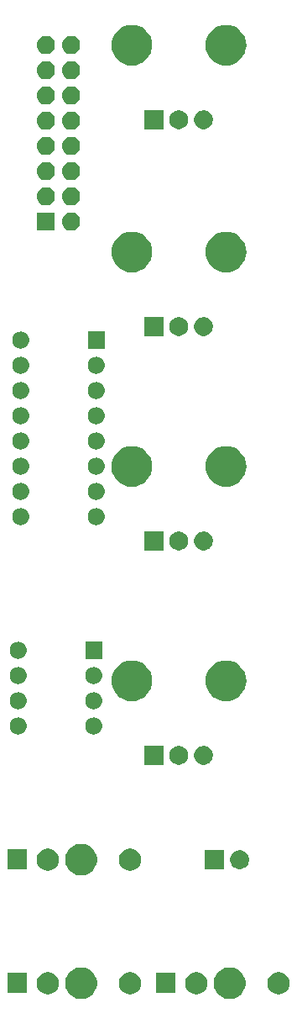
<source format=gbr>
G04 #@! TF.GenerationSoftware,KiCad,Pcbnew,(5.1.4-0-10_14)*
G04 #@! TF.CreationDate,2019-10-08T20:54:05-07:00*
G04 #@! TF.ProjectId,ADSR_Main_IO,41445352-5f4d-4616-996e-5f494f2e6b69,rev?*
G04 #@! TF.SameCoordinates,Original*
G04 #@! TF.FileFunction,Soldermask,Top*
G04 #@! TF.FilePolarity,Negative*
%FSLAX46Y46*%
G04 Gerber Fmt 4.6, Leading zero omitted, Abs format (unit mm)*
G04 Created by KiCad (PCBNEW (5.1.4-0-10_14)) date 2019-10-08 20:54:05*
%MOMM*%
%LPD*%
G04 APERTURE LIST*
%ADD10C,0.100000*%
G04 APERTURE END LIST*
D10*
G36*
X86810217Y-153092665D02*
G01*
X87080995Y-153146525D01*
X87372358Y-153267212D01*
X87634578Y-153442422D01*
X87857578Y-153665422D01*
X88032788Y-153927642D01*
X88153475Y-154219005D01*
X88215000Y-154528315D01*
X88215000Y-154843685D01*
X88153475Y-155152995D01*
X88032788Y-155444358D01*
X87857578Y-155706578D01*
X87634578Y-155929578D01*
X87372358Y-156104788D01*
X87080995Y-156225475D01*
X86810217Y-156279335D01*
X86771686Y-156287000D01*
X86456314Y-156287000D01*
X86417783Y-156279335D01*
X86147005Y-156225475D01*
X85855642Y-156104788D01*
X85593422Y-155929578D01*
X85370422Y-155706578D01*
X85195212Y-155444358D01*
X85074525Y-155152995D01*
X85013000Y-154843685D01*
X85013000Y-154528315D01*
X85074525Y-154219005D01*
X85195212Y-153927642D01*
X85370422Y-153665422D01*
X85593422Y-153442422D01*
X85855642Y-153267212D01*
X86147005Y-153146525D01*
X86417783Y-153092665D01*
X86456314Y-153085000D01*
X86771686Y-153085000D01*
X86810217Y-153092665D01*
X86810217Y-153092665D01*
G37*
G36*
X71824217Y-153092665D02*
G01*
X72094995Y-153146525D01*
X72386358Y-153267212D01*
X72648578Y-153442422D01*
X72871578Y-153665422D01*
X73046788Y-153927642D01*
X73167475Y-154219005D01*
X73229000Y-154528315D01*
X73229000Y-154843685D01*
X73167475Y-155152995D01*
X73046788Y-155444358D01*
X72871578Y-155706578D01*
X72648578Y-155929578D01*
X72386358Y-156104788D01*
X72094995Y-156225475D01*
X71824217Y-156279335D01*
X71785686Y-156287000D01*
X71470314Y-156287000D01*
X71431783Y-156279335D01*
X71161005Y-156225475D01*
X70869642Y-156104788D01*
X70607422Y-155929578D01*
X70384422Y-155706578D01*
X70209212Y-155444358D01*
X70088525Y-155152995D01*
X70027000Y-154843685D01*
X70027000Y-154528315D01*
X70088525Y-154219005D01*
X70209212Y-153927642D01*
X70384422Y-153665422D01*
X70607422Y-153442422D01*
X70869642Y-153267212D01*
X71161005Y-153146525D01*
X71431783Y-153092665D01*
X71470314Y-153085000D01*
X71785686Y-153085000D01*
X71824217Y-153092665D01*
X71824217Y-153092665D01*
G37*
G36*
X91817655Y-153598591D02*
G01*
X91889525Y-153612887D01*
X92092624Y-153697013D01*
X92275409Y-153819146D01*
X92430854Y-153974591D01*
X92552987Y-154157376D01*
X92637113Y-154360475D01*
X92680000Y-154576084D01*
X92680000Y-154795916D01*
X92637113Y-155011525D01*
X92552987Y-155214624D01*
X92430854Y-155397409D01*
X92275409Y-155552854D01*
X92092624Y-155674987D01*
X91889525Y-155759113D01*
X91817655Y-155773409D01*
X91673918Y-155802000D01*
X91454082Y-155802000D01*
X91310345Y-155773409D01*
X91238475Y-155759113D01*
X91035376Y-155674987D01*
X90852591Y-155552854D01*
X90697146Y-155397409D01*
X90575013Y-155214624D01*
X90490887Y-155011525D01*
X90448000Y-154795916D01*
X90448000Y-154576084D01*
X90490887Y-154360475D01*
X90575013Y-154157376D01*
X90697146Y-153974591D01*
X90852591Y-153819146D01*
X91035376Y-153697013D01*
X91238475Y-153612887D01*
X91310345Y-153598591D01*
X91454082Y-153570000D01*
X91673918Y-153570000D01*
X91817655Y-153598591D01*
X91817655Y-153598591D01*
G37*
G36*
X83517655Y-153598591D02*
G01*
X83589525Y-153612887D01*
X83792624Y-153697013D01*
X83975409Y-153819146D01*
X84130854Y-153974591D01*
X84252987Y-154157376D01*
X84337113Y-154360475D01*
X84380000Y-154576084D01*
X84380000Y-154795916D01*
X84337113Y-155011525D01*
X84252987Y-155214624D01*
X84130854Y-155397409D01*
X83975409Y-155552854D01*
X83792624Y-155674987D01*
X83589525Y-155759113D01*
X83517655Y-155773409D01*
X83373918Y-155802000D01*
X83154082Y-155802000D01*
X83010345Y-155773409D01*
X82938475Y-155759113D01*
X82735376Y-155674987D01*
X82552591Y-155552854D01*
X82397146Y-155397409D01*
X82275013Y-155214624D01*
X82190887Y-155011525D01*
X82148000Y-154795916D01*
X82148000Y-154576084D01*
X82190887Y-154360475D01*
X82275013Y-154157376D01*
X82397146Y-153974591D01*
X82552591Y-153819146D01*
X82735376Y-153697013D01*
X82938475Y-153612887D01*
X83010345Y-153598591D01*
X83154082Y-153570000D01*
X83373918Y-153570000D01*
X83517655Y-153598591D01*
X83517655Y-153598591D01*
G37*
G36*
X76831655Y-153598591D02*
G01*
X76903525Y-153612887D01*
X77106624Y-153697013D01*
X77289409Y-153819146D01*
X77444854Y-153974591D01*
X77566987Y-154157376D01*
X77651113Y-154360475D01*
X77694000Y-154576084D01*
X77694000Y-154795916D01*
X77651113Y-155011525D01*
X77566987Y-155214624D01*
X77444854Y-155397409D01*
X77289409Y-155552854D01*
X77106624Y-155674987D01*
X76903525Y-155759113D01*
X76831655Y-155773409D01*
X76687918Y-155802000D01*
X76468082Y-155802000D01*
X76324345Y-155773409D01*
X76252475Y-155759113D01*
X76049376Y-155674987D01*
X75866591Y-155552854D01*
X75711146Y-155397409D01*
X75589013Y-155214624D01*
X75504887Y-155011525D01*
X75462000Y-154795916D01*
X75462000Y-154576084D01*
X75504887Y-154360475D01*
X75589013Y-154157376D01*
X75711146Y-153974591D01*
X75866591Y-153819146D01*
X76049376Y-153697013D01*
X76252475Y-153612887D01*
X76324345Y-153598591D01*
X76468082Y-153570000D01*
X76687918Y-153570000D01*
X76831655Y-153598591D01*
X76831655Y-153598591D01*
G37*
G36*
X68531655Y-153598591D02*
G01*
X68603525Y-153612887D01*
X68806624Y-153697013D01*
X68989409Y-153819146D01*
X69144854Y-153974591D01*
X69266987Y-154157376D01*
X69351113Y-154360475D01*
X69394000Y-154576084D01*
X69394000Y-154795916D01*
X69351113Y-155011525D01*
X69266987Y-155214624D01*
X69144854Y-155397409D01*
X68989409Y-155552854D01*
X68806624Y-155674987D01*
X68603525Y-155759113D01*
X68531655Y-155773409D01*
X68387918Y-155802000D01*
X68168082Y-155802000D01*
X68024345Y-155773409D01*
X67952475Y-155759113D01*
X67749376Y-155674987D01*
X67566591Y-155552854D01*
X67411146Y-155397409D01*
X67289013Y-155214624D01*
X67204887Y-155011525D01*
X67162000Y-154795916D01*
X67162000Y-154576084D01*
X67204887Y-154360475D01*
X67289013Y-154157376D01*
X67411146Y-153974591D01*
X67566591Y-153819146D01*
X67749376Y-153697013D01*
X67952475Y-153612887D01*
X68024345Y-153598591D01*
X68168082Y-153570000D01*
X68387918Y-153570000D01*
X68531655Y-153598591D01*
X68531655Y-153598591D01*
G37*
G36*
X81130000Y-155702000D02*
G01*
X79198000Y-155702000D01*
X79198000Y-153670000D01*
X81130000Y-153670000D01*
X81130000Y-155702000D01*
X81130000Y-155702000D01*
G37*
G36*
X66144000Y-155702000D02*
G01*
X64212000Y-155702000D01*
X64212000Y-153670000D01*
X66144000Y-153670000D01*
X66144000Y-155702000D01*
X66144000Y-155702000D01*
G37*
G36*
X71824217Y-140646665D02*
G01*
X72094995Y-140700525D01*
X72386358Y-140821212D01*
X72648578Y-140996422D01*
X72871578Y-141219422D01*
X73046788Y-141481642D01*
X73167475Y-141773005D01*
X73229000Y-142082315D01*
X73229000Y-142397685D01*
X73167475Y-142706995D01*
X73046788Y-142998358D01*
X72871578Y-143260578D01*
X72648578Y-143483578D01*
X72386358Y-143658788D01*
X72094995Y-143779475D01*
X71824217Y-143833335D01*
X71785686Y-143841000D01*
X71470314Y-143841000D01*
X71431783Y-143833335D01*
X71161005Y-143779475D01*
X70869642Y-143658788D01*
X70607422Y-143483578D01*
X70384422Y-143260578D01*
X70209212Y-142998358D01*
X70088525Y-142706995D01*
X70027000Y-142397685D01*
X70027000Y-142082315D01*
X70088525Y-141773005D01*
X70209212Y-141481642D01*
X70384422Y-141219422D01*
X70607422Y-140996422D01*
X70869642Y-140821212D01*
X71161005Y-140700525D01*
X71431783Y-140646665D01*
X71470314Y-140639000D01*
X71785686Y-140639000D01*
X71824217Y-140646665D01*
X71824217Y-140646665D01*
G37*
G36*
X76831655Y-141152591D02*
G01*
X76903525Y-141166887D01*
X77106624Y-141251013D01*
X77289409Y-141373146D01*
X77444854Y-141528591D01*
X77566987Y-141711376D01*
X77651113Y-141914475D01*
X77694000Y-142130084D01*
X77694000Y-142349916D01*
X77651113Y-142565525D01*
X77566987Y-142768624D01*
X77444854Y-142951409D01*
X77289409Y-143106854D01*
X77106624Y-143228987D01*
X76903525Y-143313113D01*
X76831655Y-143327409D01*
X76687918Y-143356000D01*
X76468082Y-143356000D01*
X76324345Y-143327409D01*
X76252475Y-143313113D01*
X76049376Y-143228987D01*
X75866591Y-143106854D01*
X75711146Y-142951409D01*
X75589013Y-142768624D01*
X75504887Y-142565525D01*
X75462000Y-142349916D01*
X75462000Y-142130084D01*
X75504887Y-141914475D01*
X75589013Y-141711376D01*
X75711146Y-141528591D01*
X75866591Y-141373146D01*
X76049376Y-141251013D01*
X76252475Y-141166887D01*
X76324345Y-141152591D01*
X76468082Y-141124000D01*
X76687918Y-141124000D01*
X76831655Y-141152591D01*
X76831655Y-141152591D01*
G37*
G36*
X68531655Y-141152591D02*
G01*
X68603525Y-141166887D01*
X68806624Y-141251013D01*
X68989409Y-141373146D01*
X69144854Y-141528591D01*
X69266987Y-141711376D01*
X69351113Y-141914475D01*
X69394000Y-142130084D01*
X69394000Y-142349916D01*
X69351113Y-142565525D01*
X69266987Y-142768624D01*
X69144854Y-142951409D01*
X68989409Y-143106854D01*
X68806624Y-143228987D01*
X68603525Y-143313113D01*
X68531655Y-143327409D01*
X68387918Y-143356000D01*
X68168082Y-143356000D01*
X68024345Y-143327409D01*
X67952475Y-143313113D01*
X67749376Y-143228987D01*
X67566591Y-143106854D01*
X67411146Y-142951409D01*
X67289013Y-142768624D01*
X67204887Y-142565525D01*
X67162000Y-142349916D01*
X67162000Y-142130084D01*
X67204887Y-141914475D01*
X67289013Y-141711376D01*
X67411146Y-141528591D01*
X67566591Y-141373146D01*
X67749376Y-141251013D01*
X67952475Y-141166887D01*
X68024345Y-141152591D01*
X68168082Y-141124000D01*
X68387918Y-141124000D01*
X68531655Y-141152591D01*
X68531655Y-141152591D01*
G37*
G36*
X66144000Y-143256000D02*
G01*
X64212000Y-143256000D01*
X64212000Y-141224000D01*
X66144000Y-141224000D01*
X66144000Y-143256000D01*
X66144000Y-143256000D01*
G37*
G36*
X86041000Y-143191000D02*
G01*
X84139000Y-143191000D01*
X84139000Y-141289000D01*
X86041000Y-141289000D01*
X86041000Y-143191000D01*
X86041000Y-143191000D01*
G37*
G36*
X87907395Y-141325546D02*
G01*
X88080466Y-141397234D01*
X88080467Y-141397235D01*
X88236227Y-141501310D01*
X88368690Y-141633773D01*
X88368691Y-141633775D01*
X88472766Y-141789534D01*
X88544454Y-141962605D01*
X88581000Y-142146333D01*
X88581000Y-142333667D01*
X88544454Y-142517395D01*
X88472766Y-142690466D01*
X88421081Y-142767818D01*
X88368690Y-142846227D01*
X88236227Y-142978690D01*
X88157818Y-143031081D01*
X88080466Y-143082766D01*
X87907395Y-143154454D01*
X87723667Y-143191000D01*
X87536333Y-143191000D01*
X87352605Y-143154454D01*
X87179534Y-143082766D01*
X87102182Y-143031081D01*
X87023773Y-142978690D01*
X86891310Y-142846227D01*
X86838919Y-142767818D01*
X86787234Y-142690466D01*
X86715546Y-142517395D01*
X86679000Y-142333667D01*
X86679000Y-142146333D01*
X86715546Y-141962605D01*
X86787234Y-141789534D01*
X86891309Y-141633775D01*
X86891310Y-141633773D01*
X87023773Y-141501310D01*
X87179533Y-141397235D01*
X87179534Y-141397234D01*
X87352605Y-141325546D01*
X87536333Y-141289000D01*
X87723667Y-141289000D01*
X87907395Y-141325546D01*
X87907395Y-141325546D01*
G37*
G36*
X79945000Y-132677000D02*
G01*
X78043000Y-132677000D01*
X78043000Y-130775000D01*
X79945000Y-130775000D01*
X79945000Y-132677000D01*
X79945000Y-132677000D01*
G37*
G36*
X81771395Y-130811546D02*
G01*
X81944466Y-130883234D01*
X81944467Y-130883235D01*
X82100227Y-130987310D01*
X82232690Y-131119773D01*
X82232691Y-131119775D01*
X82336766Y-131275534D01*
X82408454Y-131448605D01*
X82445000Y-131632333D01*
X82445000Y-131819667D01*
X82408454Y-132003395D01*
X82336766Y-132176466D01*
X82336765Y-132176467D01*
X82232690Y-132332227D01*
X82100227Y-132464690D01*
X82021818Y-132517081D01*
X81944466Y-132568766D01*
X81771395Y-132640454D01*
X81587667Y-132677000D01*
X81400333Y-132677000D01*
X81216605Y-132640454D01*
X81043534Y-132568766D01*
X80966182Y-132517081D01*
X80887773Y-132464690D01*
X80755310Y-132332227D01*
X80651235Y-132176467D01*
X80651234Y-132176466D01*
X80579546Y-132003395D01*
X80543000Y-131819667D01*
X80543000Y-131632333D01*
X80579546Y-131448605D01*
X80651234Y-131275534D01*
X80755309Y-131119775D01*
X80755310Y-131119773D01*
X80887773Y-130987310D01*
X81043533Y-130883235D01*
X81043534Y-130883234D01*
X81216605Y-130811546D01*
X81400333Y-130775000D01*
X81587667Y-130775000D01*
X81771395Y-130811546D01*
X81771395Y-130811546D01*
G37*
G36*
X84271395Y-130811546D02*
G01*
X84444466Y-130883234D01*
X84444467Y-130883235D01*
X84600227Y-130987310D01*
X84732690Y-131119773D01*
X84732691Y-131119775D01*
X84836766Y-131275534D01*
X84908454Y-131448605D01*
X84945000Y-131632333D01*
X84945000Y-131819667D01*
X84908454Y-132003395D01*
X84836766Y-132176466D01*
X84836765Y-132176467D01*
X84732690Y-132332227D01*
X84600227Y-132464690D01*
X84521818Y-132517081D01*
X84444466Y-132568766D01*
X84271395Y-132640454D01*
X84087667Y-132677000D01*
X83900333Y-132677000D01*
X83716605Y-132640454D01*
X83543534Y-132568766D01*
X83466182Y-132517081D01*
X83387773Y-132464690D01*
X83255310Y-132332227D01*
X83151235Y-132176467D01*
X83151234Y-132176466D01*
X83079546Y-132003395D01*
X83043000Y-131819667D01*
X83043000Y-131632333D01*
X83079546Y-131448605D01*
X83151234Y-131275534D01*
X83255309Y-131119775D01*
X83255310Y-131119773D01*
X83387773Y-130987310D01*
X83543533Y-130883235D01*
X83543534Y-130883234D01*
X83716605Y-130811546D01*
X83900333Y-130775000D01*
X84087667Y-130775000D01*
X84271395Y-130811546D01*
X84271395Y-130811546D01*
G37*
G36*
X73064823Y-127939313D02*
G01*
X73225242Y-127987976D01*
X73357906Y-128058886D01*
X73373078Y-128066996D01*
X73502659Y-128173341D01*
X73609004Y-128302922D01*
X73609005Y-128302924D01*
X73688024Y-128450758D01*
X73736687Y-128611177D01*
X73753117Y-128778000D01*
X73736687Y-128944823D01*
X73688024Y-129105242D01*
X73617114Y-129237906D01*
X73609004Y-129253078D01*
X73502659Y-129382659D01*
X73373078Y-129489004D01*
X73373076Y-129489005D01*
X73225242Y-129568024D01*
X73064823Y-129616687D01*
X72939804Y-129629000D01*
X72856196Y-129629000D01*
X72731177Y-129616687D01*
X72570758Y-129568024D01*
X72422924Y-129489005D01*
X72422922Y-129489004D01*
X72293341Y-129382659D01*
X72186996Y-129253078D01*
X72178886Y-129237906D01*
X72107976Y-129105242D01*
X72059313Y-128944823D01*
X72042883Y-128778000D01*
X72059313Y-128611177D01*
X72107976Y-128450758D01*
X72186995Y-128302924D01*
X72186996Y-128302922D01*
X72293341Y-128173341D01*
X72422922Y-128066996D01*
X72438094Y-128058886D01*
X72570758Y-127987976D01*
X72731177Y-127939313D01*
X72856196Y-127927000D01*
X72939804Y-127927000D01*
X73064823Y-127939313D01*
X73064823Y-127939313D01*
G37*
G36*
X65444823Y-127939313D02*
G01*
X65605242Y-127987976D01*
X65737906Y-128058886D01*
X65753078Y-128066996D01*
X65882659Y-128173341D01*
X65989004Y-128302922D01*
X65989005Y-128302924D01*
X66068024Y-128450758D01*
X66116687Y-128611177D01*
X66133117Y-128778000D01*
X66116687Y-128944823D01*
X66068024Y-129105242D01*
X65997114Y-129237906D01*
X65989004Y-129253078D01*
X65882659Y-129382659D01*
X65753078Y-129489004D01*
X65753076Y-129489005D01*
X65605242Y-129568024D01*
X65444823Y-129616687D01*
X65319804Y-129629000D01*
X65236196Y-129629000D01*
X65111177Y-129616687D01*
X64950758Y-129568024D01*
X64802924Y-129489005D01*
X64802922Y-129489004D01*
X64673341Y-129382659D01*
X64566996Y-129253078D01*
X64558886Y-129237906D01*
X64487976Y-129105242D01*
X64439313Y-128944823D01*
X64422883Y-128778000D01*
X64439313Y-128611177D01*
X64487976Y-128450758D01*
X64566995Y-128302924D01*
X64566996Y-128302922D01*
X64673341Y-128173341D01*
X64802922Y-128066996D01*
X64818094Y-128058886D01*
X64950758Y-127987976D01*
X65111177Y-127939313D01*
X65236196Y-127927000D01*
X65319804Y-127927000D01*
X65444823Y-127939313D01*
X65444823Y-127939313D01*
G37*
G36*
X65444823Y-125399313D02*
G01*
X65605242Y-125447976D01*
X65737906Y-125518886D01*
X65753078Y-125526996D01*
X65882659Y-125633341D01*
X65989004Y-125762922D01*
X65989005Y-125762924D01*
X66068024Y-125910758D01*
X66116687Y-126071177D01*
X66133117Y-126238000D01*
X66116687Y-126404823D01*
X66068024Y-126565242D01*
X65997114Y-126697906D01*
X65989004Y-126713078D01*
X65882659Y-126842659D01*
X65753078Y-126949004D01*
X65753076Y-126949005D01*
X65605242Y-127028024D01*
X65444823Y-127076687D01*
X65319804Y-127089000D01*
X65236196Y-127089000D01*
X65111177Y-127076687D01*
X64950758Y-127028024D01*
X64802924Y-126949005D01*
X64802922Y-126949004D01*
X64673341Y-126842659D01*
X64566996Y-126713078D01*
X64558886Y-126697906D01*
X64487976Y-126565242D01*
X64439313Y-126404823D01*
X64422883Y-126238000D01*
X64439313Y-126071177D01*
X64487976Y-125910758D01*
X64566995Y-125762924D01*
X64566996Y-125762922D01*
X64673341Y-125633341D01*
X64802922Y-125526996D01*
X64818094Y-125518886D01*
X64950758Y-125447976D01*
X65111177Y-125399313D01*
X65236196Y-125387000D01*
X65319804Y-125387000D01*
X65444823Y-125399313D01*
X65444823Y-125399313D01*
G37*
G36*
X73064823Y-125399313D02*
G01*
X73225242Y-125447976D01*
X73357906Y-125518886D01*
X73373078Y-125526996D01*
X73502659Y-125633341D01*
X73609004Y-125762922D01*
X73609005Y-125762924D01*
X73688024Y-125910758D01*
X73736687Y-126071177D01*
X73753117Y-126238000D01*
X73736687Y-126404823D01*
X73688024Y-126565242D01*
X73617114Y-126697906D01*
X73609004Y-126713078D01*
X73502659Y-126842659D01*
X73373078Y-126949004D01*
X73373076Y-126949005D01*
X73225242Y-127028024D01*
X73064823Y-127076687D01*
X72939804Y-127089000D01*
X72856196Y-127089000D01*
X72731177Y-127076687D01*
X72570758Y-127028024D01*
X72422924Y-126949005D01*
X72422922Y-126949004D01*
X72293341Y-126842659D01*
X72186996Y-126713078D01*
X72178886Y-126697906D01*
X72107976Y-126565242D01*
X72059313Y-126404823D01*
X72042883Y-126238000D01*
X72059313Y-126071177D01*
X72107976Y-125910758D01*
X72186995Y-125762924D01*
X72186996Y-125762922D01*
X72293341Y-125633341D01*
X72422922Y-125526996D01*
X72438094Y-125518886D01*
X72570758Y-125447976D01*
X72731177Y-125399313D01*
X72856196Y-125387000D01*
X72939804Y-125387000D01*
X73064823Y-125399313D01*
X73064823Y-125399313D01*
G37*
G36*
X76945189Y-122184892D02*
G01*
X77146066Y-122204677D01*
X77532681Y-122321955D01*
X77532684Y-122321956D01*
X77888983Y-122512402D01*
X77888986Y-122512404D01*
X77888987Y-122512405D01*
X78201293Y-122768707D01*
X78457595Y-123081013D01*
X78457598Y-123081017D01*
X78648044Y-123437316D01*
X78648045Y-123437319D01*
X78765323Y-123823934D01*
X78804923Y-124226000D01*
X78765323Y-124628066D01*
X78648045Y-125014681D01*
X78648044Y-125014684D01*
X78457598Y-125370983D01*
X78457596Y-125370986D01*
X78457595Y-125370987D01*
X78201293Y-125683293D01*
X77924125Y-125910758D01*
X77888983Y-125939598D01*
X77532684Y-126130044D01*
X77532681Y-126130045D01*
X77146066Y-126247323D01*
X76945189Y-126267108D01*
X76844751Y-126277000D01*
X76643249Y-126277000D01*
X76542811Y-126267108D01*
X76341934Y-126247323D01*
X75955319Y-126130045D01*
X75955316Y-126130044D01*
X75599017Y-125939598D01*
X75563875Y-125910758D01*
X75286707Y-125683293D01*
X75030405Y-125370987D01*
X75030404Y-125370986D01*
X75030402Y-125370983D01*
X74839956Y-125014684D01*
X74839955Y-125014681D01*
X74722677Y-124628066D01*
X74683077Y-124226000D01*
X74722677Y-123823934D01*
X74839955Y-123437319D01*
X74839956Y-123437316D01*
X75030402Y-123081017D01*
X75030405Y-123081013D01*
X75286707Y-122768707D01*
X75599013Y-122512405D01*
X75599014Y-122512404D01*
X75599017Y-122512402D01*
X75955316Y-122321956D01*
X75955319Y-122321955D01*
X76341934Y-122204677D01*
X76542811Y-122184892D01*
X76643249Y-122175000D01*
X76844751Y-122175000D01*
X76945189Y-122184892D01*
X76945189Y-122184892D01*
G37*
G36*
X86445189Y-122184892D02*
G01*
X86646066Y-122204677D01*
X87032681Y-122321955D01*
X87032684Y-122321956D01*
X87388983Y-122512402D01*
X87388986Y-122512404D01*
X87388987Y-122512405D01*
X87701293Y-122768707D01*
X87957595Y-123081013D01*
X87957598Y-123081017D01*
X88148044Y-123437316D01*
X88148045Y-123437319D01*
X88265323Y-123823934D01*
X88304923Y-124226000D01*
X88265323Y-124628066D01*
X88148045Y-125014681D01*
X88148044Y-125014684D01*
X87957598Y-125370983D01*
X87957596Y-125370986D01*
X87957595Y-125370987D01*
X87701293Y-125683293D01*
X87424125Y-125910758D01*
X87388983Y-125939598D01*
X87032684Y-126130044D01*
X87032681Y-126130045D01*
X86646066Y-126247323D01*
X86445189Y-126267108D01*
X86344751Y-126277000D01*
X86143249Y-126277000D01*
X86042811Y-126267108D01*
X85841934Y-126247323D01*
X85455319Y-126130045D01*
X85455316Y-126130044D01*
X85099017Y-125939598D01*
X85063875Y-125910758D01*
X84786707Y-125683293D01*
X84530405Y-125370987D01*
X84530404Y-125370986D01*
X84530402Y-125370983D01*
X84339956Y-125014684D01*
X84339955Y-125014681D01*
X84222677Y-124628066D01*
X84183077Y-124226000D01*
X84222677Y-123823934D01*
X84339955Y-123437319D01*
X84339956Y-123437316D01*
X84530402Y-123081017D01*
X84530405Y-123081013D01*
X84786707Y-122768707D01*
X85099013Y-122512405D01*
X85099014Y-122512404D01*
X85099017Y-122512402D01*
X85455316Y-122321956D01*
X85455319Y-122321955D01*
X85841934Y-122204677D01*
X86042811Y-122184892D01*
X86143249Y-122175000D01*
X86344751Y-122175000D01*
X86445189Y-122184892D01*
X86445189Y-122184892D01*
G37*
G36*
X73064823Y-122859313D02*
G01*
X73225242Y-122907976D01*
X73357906Y-122978886D01*
X73373078Y-122986996D01*
X73502659Y-123093341D01*
X73609004Y-123222922D01*
X73609005Y-123222924D01*
X73688024Y-123370758D01*
X73736687Y-123531177D01*
X73753117Y-123698000D01*
X73736687Y-123864823D01*
X73688024Y-124025242D01*
X73617114Y-124157906D01*
X73609004Y-124173078D01*
X73502659Y-124302659D01*
X73373078Y-124409004D01*
X73373076Y-124409005D01*
X73225242Y-124488024D01*
X73064823Y-124536687D01*
X72939804Y-124549000D01*
X72856196Y-124549000D01*
X72731177Y-124536687D01*
X72570758Y-124488024D01*
X72422924Y-124409005D01*
X72422922Y-124409004D01*
X72293341Y-124302659D01*
X72186996Y-124173078D01*
X72178886Y-124157906D01*
X72107976Y-124025242D01*
X72059313Y-123864823D01*
X72042883Y-123698000D01*
X72059313Y-123531177D01*
X72107976Y-123370758D01*
X72186995Y-123222924D01*
X72186996Y-123222922D01*
X72293341Y-123093341D01*
X72422922Y-122986996D01*
X72438094Y-122978886D01*
X72570758Y-122907976D01*
X72731177Y-122859313D01*
X72856196Y-122847000D01*
X72939804Y-122847000D01*
X73064823Y-122859313D01*
X73064823Y-122859313D01*
G37*
G36*
X65444823Y-122859313D02*
G01*
X65605242Y-122907976D01*
X65737906Y-122978886D01*
X65753078Y-122986996D01*
X65882659Y-123093341D01*
X65989004Y-123222922D01*
X65989005Y-123222924D01*
X66068024Y-123370758D01*
X66116687Y-123531177D01*
X66133117Y-123698000D01*
X66116687Y-123864823D01*
X66068024Y-124025242D01*
X65997114Y-124157906D01*
X65989004Y-124173078D01*
X65882659Y-124302659D01*
X65753078Y-124409004D01*
X65753076Y-124409005D01*
X65605242Y-124488024D01*
X65444823Y-124536687D01*
X65319804Y-124549000D01*
X65236196Y-124549000D01*
X65111177Y-124536687D01*
X64950758Y-124488024D01*
X64802924Y-124409005D01*
X64802922Y-124409004D01*
X64673341Y-124302659D01*
X64566996Y-124173078D01*
X64558886Y-124157906D01*
X64487976Y-124025242D01*
X64439313Y-123864823D01*
X64422883Y-123698000D01*
X64439313Y-123531177D01*
X64487976Y-123370758D01*
X64566995Y-123222924D01*
X64566996Y-123222922D01*
X64673341Y-123093341D01*
X64802922Y-122986996D01*
X64818094Y-122978886D01*
X64950758Y-122907976D01*
X65111177Y-122859313D01*
X65236196Y-122847000D01*
X65319804Y-122847000D01*
X65444823Y-122859313D01*
X65444823Y-122859313D01*
G37*
G36*
X73749000Y-122009000D02*
G01*
X72047000Y-122009000D01*
X72047000Y-120307000D01*
X73749000Y-120307000D01*
X73749000Y-122009000D01*
X73749000Y-122009000D01*
G37*
G36*
X65444823Y-120319313D02*
G01*
X65605242Y-120367976D01*
X65737906Y-120438886D01*
X65753078Y-120446996D01*
X65882659Y-120553341D01*
X65989004Y-120682922D01*
X65989005Y-120682924D01*
X66068024Y-120830758D01*
X66116687Y-120991177D01*
X66133117Y-121158000D01*
X66116687Y-121324823D01*
X66068024Y-121485242D01*
X65997114Y-121617906D01*
X65989004Y-121633078D01*
X65882659Y-121762659D01*
X65753078Y-121869004D01*
X65753076Y-121869005D01*
X65605242Y-121948024D01*
X65444823Y-121996687D01*
X65319804Y-122009000D01*
X65236196Y-122009000D01*
X65111177Y-121996687D01*
X64950758Y-121948024D01*
X64802924Y-121869005D01*
X64802922Y-121869004D01*
X64673341Y-121762659D01*
X64566996Y-121633078D01*
X64558886Y-121617906D01*
X64487976Y-121485242D01*
X64439313Y-121324823D01*
X64422883Y-121158000D01*
X64439313Y-120991177D01*
X64487976Y-120830758D01*
X64566995Y-120682924D01*
X64566996Y-120682922D01*
X64673341Y-120553341D01*
X64802922Y-120446996D01*
X64818094Y-120438886D01*
X64950758Y-120367976D01*
X65111177Y-120319313D01*
X65236196Y-120307000D01*
X65319804Y-120307000D01*
X65444823Y-120319313D01*
X65444823Y-120319313D01*
G37*
G36*
X81771395Y-109221546D02*
G01*
X81944466Y-109293234D01*
X81944467Y-109293235D01*
X82100227Y-109397310D01*
X82232690Y-109529773D01*
X82232691Y-109529775D01*
X82336766Y-109685534D01*
X82408454Y-109858605D01*
X82445000Y-110042333D01*
X82445000Y-110229667D01*
X82408454Y-110413395D01*
X82336766Y-110586466D01*
X82336765Y-110586467D01*
X82232690Y-110742227D01*
X82100227Y-110874690D01*
X82021818Y-110927081D01*
X81944466Y-110978766D01*
X81771395Y-111050454D01*
X81587667Y-111087000D01*
X81400333Y-111087000D01*
X81216605Y-111050454D01*
X81043534Y-110978766D01*
X80966182Y-110927081D01*
X80887773Y-110874690D01*
X80755310Y-110742227D01*
X80651235Y-110586467D01*
X80651234Y-110586466D01*
X80579546Y-110413395D01*
X80543000Y-110229667D01*
X80543000Y-110042333D01*
X80579546Y-109858605D01*
X80651234Y-109685534D01*
X80755309Y-109529775D01*
X80755310Y-109529773D01*
X80887773Y-109397310D01*
X81043533Y-109293235D01*
X81043534Y-109293234D01*
X81216605Y-109221546D01*
X81400333Y-109185000D01*
X81587667Y-109185000D01*
X81771395Y-109221546D01*
X81771395Y-109221546D01*
G37*
G36*
X84271395Y-109221546D02*
G01*
X84444466Y-109293234D01*
X84444467Y-109293235D01*
X84600227Y-109397310D01*
X84732690Y-109529773D01*
X84732691Y-109529775D01*
X84836766Y-109685534D01*
X84908454Y-109858605D01*
X84945000Y-110042333D01*
X84945000Y-110229667D01*
X84908454Y-110413395D01*
X84836766Y-110586466D01*
X84836765Y-110586467D01*
X84732690Y-110742227D01*
X84600227Y-110874690D01*
X84521818Y-110927081D01*
X84444466Y-110978766D01*
X84271395Y-111050454D01*
X84087667Y-111087000D01*
X83900333Y-111087000D01*
X83716605Y-111050454D01*
X83543534Y-110978766D01*
X83466182Y-110927081D01*
X83387773Y-110874690D01*
X83255310Y-110742227D01*
X83151235Y-110586467D01*
X83151234Y-110586466D01*
X83079546Y-110413395D01*
X83043000Y-110229667D01*
X83043000Y-110042333D01*
X83079546Y-109858605D01*
X83151234Y-109685534D01*
X83255309Y-109529775D01*
X83255310Y-109529773D01*
X83387773Y-109397310D01*
X83543533Y-109293235D01*
X83543534Y-109293234D01*
X83716605Y-109221546D01*
X83900333Y-109185000D01*
X84087667Y-109185000D01*
X84271395Y-109221546D01*
X84271395Y-109221546D01*
G37*
G36*
X79945000Y-111087000D02*
G01*
X78043000Y-111087000D01*
X78043000Y-109185000D01*
X79945000Y-109185000D01*
X79945000Y-111087000D01*
X79945000Y-111087000D01*
G37*
G36*
X73318823Y-106857313D02*
G01*
X73479242Y-106905976D01*
X73611906Y-106976886D01*
X73627078Y-106984996D01*
X73756659Y-107091341D01*
X73863004Y-107220922D01*
X73863005Y-107220924D01*
X73942024Y-107368758D01*
X73990687Y-107529177D01*
X74007117Y-107696000D01*
X73990687Y-107862823D01*
X73942024Y-108023242D01*
X73871114Y-108155906D01*
X73863004Y-108171078D01*
X73756659Y-108300659D01*
X73627078Y-108407004D01*
X73627076Y-108407005D01*
X73479242Y-108486024D01*
X73318823Y-108534687D01*
X73193804Y-108547000D01*
X73110196Y-108547000D01*
X72985177Y-108534687D01*
X72824758Y-108486024D01*
X72676924Y-108407005D01*
X72676922Y-108407004D01*
X72547341Y-108300659D01*
X72440996Y-108171078D01*
X72432886Y-108155906D01*
X72361976Y-108023242D01*
X72313313Y-107862823D01*
X72296883Y-107696000D01*
X72313313Y-107529177D01*
X72361976Y-107368758D01*
X72440995Y-107220924D01*
X72440996Y-107220922D01*
X72547341Y-107091341D01*
X72676922Y-106984996D01*
X72692094Y-106976886D01*
X72824758Y-106905976D01*
X72985177Y-106857313D01*
X73110196Y-106845000D01*
X73193804Y-106845000D01*
X73318823Y-106857313D01*
X73318823Y-106857313D01*
G37*
G36*
X65698823Y-106857313D02*
G01*
X65859242Y-106905976D01*
X65991906Y-106976886D01*
X66007078Y-106984996D01*
X66136659Y-107091341D01*
X66243004Y-107220922D01*
X66243005Y-107220924D01*
X66322024Y-107368758D01*
X66370687Y-107529177D01*
X66387117Y-107696000D01*
X66370687Y-107862823D01*
X66322024Y-108023242D01*
X66251114Y-108155906D01*
X66243004Y-108171078D01*
X66136659Y-108300659D01*
X66007078Y-108407004D01*
X66007076Y-108407005D01*
X65859242Y-108486024D01*
X65698823Y-108534687D01*
X65573804Y-108547000D01*
X65490196Y-108547000D01*
X65365177Y-108534687D01*
X65204758Y-108486024D01*
X65056924Y-108407005D01*
X65056922Y-108407004D01*
X64927341Y-108300659D01*
X64820996Y-108171078D01*
X64812886Y-108155906D01*
X64741976Y-108023242D01*
X64693313Y-107862823D01*
X64676883Y-107696000D01*
X64693313Y-107529177D01*
X64741976Y-107368758D01*
X64820995Y-107220924D01*
X64820996Y-107220922D01*
X64927341Y-107091341D01*
X65056922Y-106984996D01*
X65072094Y-106976886D01*
X65204758Y-106905976D01*
X65365177Y-106857313D01*
X65490196Y-106845000D01*
X65573804Y-106845000D01*
X65698823Y-106857313D01*
X65698823Y-106857313D01*
G37*
G36*
X73318823Y-104317313D02*
G01*
X73479242Y-104365976D01*
X73611906Y-104436886D01*
X73627078Y-104444996D01*
X73756659Y-104551341D01*
X73863004Y-104680922D01*
X73863005Y-104680924D01*
X73942024Y-104828758D01*
X73990687Y-104989177D01*
X74007117Y-105156000D01*
X73990687Y-105322823D01*
X73942024Y-105483242D01*
X73871114Y-105615906D01*
X73863004Y-105631078D01*
X73756659Y-105760659D01*
X73627078Y-105867004D01*
X73627076Y-105867005D01*
X73479242Y-105946024D01*
X73318823Y-105994687D01*
X73193804Y-106007000D01*
X73110196Y-106007000D01*
X72985177Y-105994687D01*
X72824758Y-105946024D01*
X72676924Y-105867005D01*
X72676922Y-105867004D01*
X72547341Y-105760659D01*
X72440996Y-105631078D01*
X72432886Y-105615906D01*
X72361976Y-105483242D01*
X72313313Y-105322823D01*
X72296883Y-105156000D01*
X72313313Y-104989177D01*
X72361976Y-104828758D01*
X72440995Y-104680924D01*
X72440996Y-104680922D01*
X72547341Y-104551341D01*
X72676922Y-104444996D01*
X72692094Y-104436886D01*
X72824758Y-104365976D01*
X72985177Y-104317313D01*
X73110196Y-104305000D01*
X73193804Y-104305000D01*
X73318823Y-104317313D01*
X73318823Y-104317313D01*
G37*
G36*
X65698823Y-104317313D02*
G01*
X65859242Y-104365976D01*
X65991906Y-104436886D01*
X66007078Y-104444996D01*
X66136659Y-104551341D01*
X66243004Y-104680922D01*
X66243005Y-104680924D01*
X66322024Y-104828758D01*
X66370687Y-104989177D01*
X66387117Y-105156000D01*
X66370687Y-105322823D01*
X66322024Y-105483242D01*
X66251114Y-105615906D01*
X66243004Y-105631078D01*
X66136659Y-105760659D01*
X66007078Y-105867004D01*
X66007076Y-105867005D01*
X65859242Y-105946024D01*
X65698823Y-105994687D01*
X65573804Y-106007000D01*
X65490196Y-106007000D01*
X65365177Y-105994687D01*
X65204758Y-105946024D01*
X65056924Y-105867005D01*
X65056922Y-105867004D01*
X64927341Y-105760659D01*
X64820996Y-105631078D01*
X64812886Y-105615906D01*
X64741976Y-105483242D01*
X64693313Y-105322823D01*
X64676883Y-105156000D01*
X64693313Y-104989177D01*
X64741976Y-104828758D01*
X64820995Y-104680924D01*
X64820996Y-104680922D01*
X64927341Y-104551341D01*
X65056922Y-104444996D01*
X65072094Y-104436886D01*
X65204758Y-104365976D01*
X65365177Y-104317313D01*
X65490196Y-104305000D01*
X65573804Y-104305000D01*
X65698823Y-104317313D01*
X65698823Y-104317313D01*
G37*
G36*
X76945189Y-100594892D02*
G01*
X77146066Y-100614677D01*
X77532681Y-100731955D01*
X77532684Y-100731956D01*
X77888983Y-100922402D01*
X77888986Y-100922404D01*
X77888987Y-100922405D01*
X78201293Y-101178707D01*
X78457595Y-101491013D01*
X78457598Y-101491017D01*
X78648044Y-101847316D01*
X78648045Y-101847319D01*
X78765323Y-102233934D01*
X78804923Y-102636000D01*
X78765323Y-103038066D01*
X78653704Y-103406025D01*
X78648044Y-103424684D01*
X78457598Y-103780983D01*
X78457596Y-103780986D01*
X78457595Y-103780987D01*
X78201293Y-104093293D01*
X77888987Y-104349595D01*
X77888983Y-104349598D01*
X77532684Y-104540044D01*
X77532681Y-104540045D01*
X77146066Y-104657323D01*
X76945189Y-104677108D01*
X76844751Y-104687000D01*
X76643249Y-104687000D01*
X76542811Y-104677108D01*
X76341934Y-104657323D01*
X75955319Y-104540045D01*
X75955316Y-104540044D01*
X75599017Y-104349598D01*
X75599013Y-104349595D01*
X75286707Y-104093293D01*
X75030405Y-103780987D01*
X75030404Y-103780986D01*
X75030402Y-103780983D01*
X74839956Y-103424684D01*
X74834296Y-103406025D01*
X74722677Y-103038066D01*
X74683077Y-102636000D01*
X74722677Y-102233934D01*
X74839955Y-101847319D01*
X74839956Y-101847316D01*
X75030402Y-101491017D01*
X75030405Y-101491013D01*
X75286707Y-101178707D01*
X75599013Y-100922405D01*
X75599014Y-100922404D01*
X75599017Y-100922402D01*
X75955316Y-100731956D01*
X75955319Y-100731955D01*
X76341934Y-100614677D01*
X76542811Y-100594892D01*
X76643249Y-100585000D01*
X76844751Y-100585000D01*
X76945189Y-100594892D01*
X76945189Y-100594892D01*
G37*
G36*
X86445189Y-100594892D02*
G01*
X86646066Y-100614677D01*
X87032681Y-100731955D01*
X87032684Y-100731956D01*
X87388983Y-100922402D01*
X87388986Y-100922404D01*
X87388987Y-100922405D01*
X87701293Y-101178707D01*
X87957595Y-101491013D01*
X87957598Y-101491017D01*
X88148044Y-101847316D01*
X88148045Y-101847319D01*
X88265323Y-102233934D01*
X88304923Y-102636000D01*
X88265323Y-103038066D01*
X88153704Y-103406025D01*
X88148044Y-103424684D01*
X87957598Y-103780983D01*
X87957596Y-103780986D01*
X87957595Y-103780987D01*
X87701293Y-104093293D01*
X87388987Y-104349595D01*
X87388983Y-104349598D01*
X87032684Y-104540044D01*
X87032681Y-104540045D01*
X86646066Y-104657323D01*
X86445189Y-104677108D01*
X86344751Y-104687000D01*
X86143249Y-104687000D01*
X86042811Y-104677108D01*
X85841934Y-104657323D01*
X85455319Y-104540045D01*
X85455316Y-104540044D01*
X85099017Y-104349598D01*
X85099013Y-104349595D01*
X84786707Y-104093293D01*
X84530405Y-103780987D01*
X84530404Y-103780986D01*
X84530402Y-103780983D01*
X84339956Y-103424684D01*
X84334296Y-103406025D01*
X84222677Y-103038066D01*
X84183077Y-102636000D01*
X84222677Y-102233934D01*
X84339955Y-101847319D01*
X84339956Y-101847316D01*
X84530402Y-101491017D01*
X84530405Y-101491013D01*
X84786707Y-101178707D01*
X85099013Y-100922405D01*
X85099014Y-100922404D01*
X85099017Y-100922402D01*
X85455316Y-100731956D01*
X85455319Y-100731955D01*
X85841934Y-100614677D01*
X86042811Y-100594892D01*
X86143249Y-100585000D01*
X86344751Y-100585000D01*
X86445189Y-100594892D01*
X86445189Y-100594892D01*
G37*
G36*
X65698823Y-101777313D02*
G01*
X65859242Y-101825976D01*
X65991906Y-101896886D01*
X66007078Y-101904996D01*
X66136659Y-102011341D01*
X66243004Y-102140922D01*
X66243005Y-102140924D01*
X66322024Y-102288758D01*
X66370687Y-102449177D01*
X66387117Y-102616000D01*
X66370687Y-102782823D01*
X66322024Y-102943242D01*
X66271339Y-103038066D01*
X66243004Y-103091078D01*
X66136659Y-103220659D01*
X66007078Y-103327004D01*
X66007076Y-103327005D01*
X65859242Y-103406024D01*
X65698823Y-103454687D01*
X65573804Y-103467000D01*
X65490196Y-103467000D01*
X65365177Y-103454687D01*
X65204758Y-103406024D01*
X65056924Y-103327005D01*
X65056922Y-103327004D01*
X64927341Y-103220659D01*
X64820996Y-103091078D01*
X64792661Y-103038066D01*
X64741976Y-102943242D01*
X64693313Y-102782823D01*
X64676883Y-102616000D01*
X64693313Y-102449177D01*
X64741976Y-102288758D01*
X64820995Y-102140924D01*
X64820996Y-102140922D01*
X64927341Y-102011341D01*
X65056922Y-101904996D01*
X65072094Y-101896886D01*
X65204758Y-101825976D01*
X65365177Y-101777313D01*
X65490196Y-101765000D01*
X65573804Y-101765000D01*
X65698823Y-101777313D01*
X65698823Y-101777313D01*
G37*
G36*
X73318823Y-101777313D02*
G01*
X73479242Y-101825976D01*
X73611906Y-101896886D01*
X73627078Y-101904996D01*
X73756659Y-102011341D01*
X73863004Y-102140922D01*
X73863005Y-102140924D01*
X73942024Y-102288758D01*
X73990687Y-102449177D01*
X74007117Y-102616000D01*
X73990687Y-102782823D01*
X73942024Y-102943242D01*
X73891339Y-103038066D01*
X73863004Y-103091078D01*
X73756659Y-103220659D01*
X73627078Y-103327004D01*
X73627076Y-103327005D01*
X73479242Y-103406024D01*
X73318823Y-103454687D01*
X73193804Y-103467000D01*
X73110196Y-103467000D01*
X72985177Y-103454687D01*
X72824758Y-103406024D01*
X72676924Y-103327005D01*
X72676922Y-103327004D01*
X72547341Y-103220659D01*
X72440996Y-103091078D01*
X72412661Y-103038066D01*
X72361976Y-102943242D01*
X72313313Y-102782823D01*
X72296883Y-102616000D01*
X72313313Y-102449177D01*
X72361976Y-102288758D01*
X72440995Y-102140924D01*
X72440996Y-102140922D01*
X72547341Y-102011341D01*
X72676922Y-101904996D01*
X72692094Y-101896886D01*
X72824758Y-101825976D01*
X72985177Y-101777313D01*
X73110196Y-101765000D01*
X73193804Y-101765000D01*
X73318823Y-101777313D01*
X73318823Y-101777313D01*
G37*
G36*
X65698823Y-99237313D02*
G01*
X65859242Y-99285976D01*
X65991906Y-99356886D01*
X66007078Y-99364996D01*
X66136659Y-99471341D01*
X66243004Y-99600922D01*
X66243005Y-99600924D01*
X66322024Y-99748758D01*
X66370687Y-99909177D01*
X66387117Y-100076000D01*
X66370687Y-100242823D01*
X66322024Y-100403242D01*
X66251114Y-100535906D01*
X66243004Y-100551078D01*
X66136659Y-100680659D01*
X66007078Y-100787004D01*
X66007076Y-100787005D01*
X65859242Y-100866024D01*
X65698823Y-100914687D01*
X65573804Y-100927000D01*
X65490196Y-100927000D01*
X65365177Y-100914687D01*
X65204758Y-100866024D01*
X65056924Y-100787005D01*
X65056922Y-100787004D01*
X64927341Y-100680659D01*
X64820996Y-100551078D01*
X64812886Y-100535906D01*
X64741976Y-100403242D01*
X64693313Y-100242823D01*
X64676883Y-100076000D01*
X64693313Y-99909177D01*
X64741976Y-99748758D01*
X64820995Y-99600924D01*
X64820996Y-99600922D01*
X64927341Y-99471341D01*
X65056922Y-99364996D01*
X65072094Y-99356886D01*
X65204758Y-99285976D01*
X65365177Y-99237313D01*
X65490196Y-99225000D01*
X65573804Y-99225000D01*
X65698823Y-99237313D01*
X65698823Y-99237313D01*
G37*
G36*
X73318823Y-99237313D02*
G01*
X73479242Y-99285976D01*
X73611906Y-99356886D01*
X73627078Y-99364996D01*
X73756659Y-99471341D01*
X73863004Y-99600922D01*
X73863005Y-99600924D01*
X73942024Y-99748758D01*
X73990687Y-99909177D01*
X74007117Y-100076000D01*
X73990687Y-100242823D01*
X73942024Y-100403242D01*
X73871114Y-100535906D01*
X73863004Y-100551078D01*
X73756659Y-100680659D01*
X73627078Y-100787004D01*
X73627076Y-100787005D01*
X73479242Y-100866024D01*
X73318823Y-100914687D01*
X73193804Y-100927000D01*
X73110196Y-100927000D01*
X72985177Y-100914687D01*
X72824758Y-100866024D01*
X72676924Y-100787005D01*
X72676922Y-100787004D01*
X72547341Y-100680659D01*
X72440996Y-100551078D01*
X72432886Y-100535906D01*
X72361976Y-100403242D01*
X72313313Y-100242823D01*
X72296883Y-100076000D01*
X72313313Y-99909177D01*
X72361976Y-99748758D01*
X72440995Y-99600924D01*
X72440996Y-99600922D01*
X72547341Y-99471341D01*
X72676922Y-99364996D01*
X72692094Y-99356886D01*
X72824758Y-99285976D01*
X72985177Y-99237313D01*
X73110196Y-99225000D01*
X73193804Y-99225000D01*
X73318823Y-99237313D01*
X73318823Y-99237313D01*
G37*
G36*
X65698823Y-96697313D02*
G01*
X65859242Y-96745976D01*
X65991906Y-96816886D01*
X66007078Y-96824996D01*
X66136659Y-96931341D01*
X66243004Y-97060922D01*
X66243005Y-97060924D01*
X66322024Y-97208758D01*
X66370687Y-97369177D01*
X66387117Y-97536000D01*
X66370687Y-97702823D01*
X66322024Y-97863242D01*
X66251114Y-97995906D01*
X66243004Y-98011078D01*
X66136659Y-98140659D01*
X66007078Y-98247004D01*
X66007076Y-98247005D01*
X65859242Y-98326024D01*
X65698823Y-98374687D01*
X65573804Y-98387000D01*
X65490196Y-98387000D01*
X65365177Y-98374687D01*
X65204758Y-98326024D01*
X65056924Y-98247005D01*
X65056922Y-98247004D01*
X64927341Y-98140659D01*
X64820996Y-98011078D01*
X64812886Y-97995906D01*
X64741976Y-97863242D01*
X64693313Y-97702823D01*
X64676883Y-97536000D01*
X64693313Y-97369177D01*
X64741976Y-97208758D01*
X64820995Y-97060924D01*
X64820996Y-97060922D01*
X64927341Y-96931341D01*
X65056922Y-96824996D01*
X65072094Y-96816886D01*
X65204758Y-96745976D01*
X65365177Y-96697313D01*
X65490196Y-96685000D01*
X65573804Y-96685000D01*
X65698823Y-96697313D01*
X65698823Y-96697313D01*
G37*
G36*
X73318823Y-96697313D02*
G01*
X73479242Y-96745976D01*
X73611906Y-96816886D01*
X73627078Y-96824996D01*
X73756659Y-96931341D01*
X73863004Y-97060922D01*
X73863005Y-97060924D01*
X73942024Y-97208758D01*
X73990687Y-97369177D01*
X74007117Y-97536000D01*
X73990687Y-97702823D01*
X73942024Y-97863242D01*
X73871114Y-97995906D01*
X73863004Y-98011078D01*
X73756659Y-98140659D01*
X73627078Y-98247004D01*
X73627076Y-98247005D01*
X73479242Y-98326024D01*
X73318823Y-98374687D01*
X73193804Y-98387000D01*
X73110196Y-98387000D01*
X72985177Y-98374687D01*
X72824758Y-98326024D01*
X72676924Y-98247005D01*
X72676922Y-98247004D01*
X72547341Y-98140659D01*
X72440996Y-98011078D01*
X72432886Y-97995906D01*
X72361976Y-97863242D01*
X72313313Y-97702823D01*
X72296883Y-97536000D01*
X72313313Y-97369177D01*
X72361976Y-97208758D01*
X72440995Y-97060924D01*
X72440996Y-97060922D01*
X72547341Y-96931341D01*
X72676922Y-96824996D01*
X72692094Y-96816886D01*
X72824758Y-96745976D01*
X72985177Y-96697313D01*
X73110196Y-96685000D01*
X73193804Y-96685000D01*
X73318823Y-96697313D01*
X73318823Y-96697313D01*
G37*
G36*
X65698823Y-94157313D02*
G01*
X65859242Y-94205976D01*
X65991906Y-94276886D01*
X66007078Y-94284996D01*
X66136659Y-94391341D01*
X66243004Y-94520922D01*
X66243005Y-94520924D01*
X66322024Y-94668758D01*
X66370687Y-94829177D01*
X66387117Y-94996000D01*
X66370687Y-95162823D01*
X66322024Y-95323242D01*
X66251114Y-95455906D01*
X66243004Y-95471078D01*
X66136659Y-95600659D01*
X66007078Y-95707004D01*
X66007076Y-95707005D01*
X65859242Y-95786024D01*
X65698823Y-95834687D01*
X65573804Y-95847000D01*
X65490196Y-95847000D01*
X65365177Y-95834687D01*
X65204758Y-95786024D01*
X65056924Y-95707005D01*
X65056922Y-95707004D01*
X64927341Y-95600659D01*
X64820996Y-95471078D01*
X64812886Y-95455906D01*
X64741976Y-95323242D01*
X64693313Y-95162823D01*
X64676883Y-94996000D01*
X64693313Y-94829177D01*
X64741976Y-94668758D01*
X64820995Y-94520924D01*
X64820996Y-94520922D01*
X64927341Y-94391341D01*
X65056922Y-94284996D01*
X65072094Y-94276886D01*
X65204758Y-94205976D01*
X65365177Y-94157313D01*
X65490196Y-94145000D01*
X65573804Y-94145000D01*
X65698823Y-94157313D01*
X65698823Y-94157313D01*
G37*
G36*
X73318823Y-94157313D02*
G01*
X73479242Y-94205976D01*
X73611906Y-94276886D01*
X73627078Y-94284996D01*
X73756659Y-94391341D01*
X73863004Y-94520922D01*
X73863005Y-94520924D01*
X73942024Y-94668758D01*
X73990687Y-94829177D01*
X74007117Y-94996000D01*
X73990687Y-95162823D01*
X73942024Y-95323242D01*
X73871114Y-95455906D01*
X73863004Y-95471078D01*
X73756659Y-95600659D01*
X73627078Y-95707004D01*
X73627076Y-95707005D01*
X73479242Y-95786024D01*
X73318823Y-95834687D01*
X73193804Y-95847000D01*
X73110196Y-95847000D01*
X72985177Y-95834687D01*
X72824758Y-95786024D01*
X72676924Y-95707005D01*
X72676922Y-95707004D01*
X72547341Y-95600659D01*
X72440996Y-95471078D01*
X72432886Y-95455906D01*
X72361976Y-95323242D01*
X72313313Y-95162823D01*
X72296883Y-94996000D01*
X72313313Y-94829177D01*
X72361976Y-94668758D01*
X72440995Y-94520924D01*
X72440996Y-94520922D01*
X72547341Y-94391341D01*
X72676922Y-94284996D01*
X72692094Y-94276886D01*
X72824758Y-94205976D01*
X72985177Y-94157313D01*
X73110196Y-94145000D01*
X73193804Y-94145000D01*
X73318823Y-94157313D01*
X73318823Y-94157313D01*
G37*
G36*
X65698823Y-91617313D02*
G01*
X65859242Y-91665976D01*
X65991906Y-91736886D01*
X66007078Y-91744996D01*
X66136659Y-91851341D01*
X66243004Y-91980922D01*
X66243005Y-91980924D01*
X66322024Y-92128758D01*
X66370687Y-92289177D01*
X66387117Y-92456000D01*
X66370687Y-92622823D01*
X66322024Y-92783242D01*
X66251114Y-92915906D01*
X66243004Y-92931078D01*
X66136659Y-93060659D01*
X66007078Y-93167004D01*
X66007076Y-93167005D01*
X65859242Y-93246024D01*
X65698823Y-93294687D01*
X65573804Y-93307000D01*
X65490196Y-93307000D01*
X65365177Y-93294687D01*
X65204758Y-93246024D01*
X65056924Y-93167005D01*
X65056922Y-93167004D01*
X64927341Y-93060659D01*
X64820996Y-92931078D01*
X64812886Y-92915906D01*
X64741976Y-92783242D01*
X64693313Y-92622823D01*
X64676883Y-92456000D01*
X64693313Y-92289177D01*
X64741976Y-92128758D01*
X64820995Y-91980924D01*
X64820996Y-91980922D01*
X64927341Y-91851341D01*
X65056922Y-91744996D01*
X65072094Y-91736886D01*
X65204758Y-91665976D01*
X65365177Y-91617313D01*
X65490196Y-91605000D01*
X65573804Y-91605000D01*
X65698823Y-91617313D01*
X65698823Y-91617313D01*
G37*
G36*
X73318823Y-91617313D02*
G01*
X73479242Y-91665976D01*
X73611906Y-91736886D01*
X73627078Y-91744996D01*
X73756659Y-91851341D01*
X73863004Y-91980922D01*
X73863005Y-91980924D01*
X73942024Y-92128758D01*
X73990687Y-92289177D01*
X74007117Y-92456000D01*
X73990687Y-92622823D01*
X73942024Y-92783242D01*
X73871114Y-92915906D01*
X73863004Y-92931078D01*
X73756659Y-93060659D01*
X73627078Y-93167004D01*
X73627076Y-93167005D01*
X73479242Y-93246024D01*
X73318823Y-93294687D01*
X73193804Y-93307000D01*
X73110196Y-93307000D01*
X72985177Y-93294687D01*
X72824758Y-93246024D01*
X72676924Y-93167005D01*
X72676922Y-93167004D01*
X72547341Y-93060659D01*
X72440996Y-92931078D01*
X72432886Y-92915906D01*
X72361976Y-92783242D01*
X72313313Y-92622823D01*
X72296883Y-92456000D01*
X72313313Y-92289177D01*
X72361976Y-92128758D01*
X72440995Y-91980924D01*
X72440996Y-91980922D01*
X72547341Y-91851341D01*
X72676922Y-91744996D01*
X72692094Y-91736886D01*
X72824758Y-91665976D01*
X72985177Y-91617313D01*
X73110196Y-91605000D01*
X73193804Y-91605000D01*
X73318823Y-91617313D01*
X73318823Y-91617313D01*
G37*
G36*
X74003000Y-90767000D02*
G01*
X72301000Y-90767000D01*
X72301000Y-89065000D01*
X74003000Y-89065000D01*
X74003000Y-90767000D01*
X74003000Y-90767000D01*
G37*
G36*
X65698823Y-89077313D02*
G01*
X65859242Y-89125976D01*
X65991906Y-89196886D01*
X66007078Y-89204996D01*
X66136659Y-89311341D01*
X66243004Y-89440922D01*
X66243005Y-89440924D01*
X66322024Y-89588758D01*
X66370687Y-89749177D01*
X66387117Y-89916000D01*
X66370687Y-90082823D01*
X66322024Y-90243242D01*
X66251114Y-90375906D01*
X66243004Y-90391078D01*
X66136659Y-90520659D01*
X66007078Y-90627004D01*
X66007076Y-90627005D01*
X65859242Y-90706024D01*
X65698823Y-90754687D01*
X65573804Y-90767000D01*
X65490196Y-90767000D01*
X65365177Y-90754687D01*
X65204758Y-90706024D01*
X65056924Y-90627005D01*
X65056922Y-90627004D01*
X64927341Y-90520659D01*
X64820996Y-90391078D01*
X64812886Y-90375906D01*
X64741976Y-90243242D01*
X64693313Y-90082823D01*
X64676883Y-89916000D01*
X64693313Y-89749177D01*
X64741976Y-89588758D01*
X64820995Y-89440924D01*
X64820996Y-89440922D01*
X64927341Y-89311341D01*
X65056922Y-89204996D01*
X65072094Y-89196886D01*
X65204758Y-89125976D01*
X65365177Y-89077313D01*
X65490196Y-89065000D01*
X65573804Y-89065000D01*
X65698823Y-89077313D01*
X65698823Y-89077313D01*
G37*
G36*
X81771395Y-87631546D02*
G01*
X81944466Y-87703234D01*
X81944467Y-87703235D01*
X82100227Y-87807310D01*
X82232690Y-87939773D01*
X82232691Y-87939775D01*
X82336766Y-88095534D01*
X82408454Y-88268605D01*
X82445000Y-88452333D01*
X82445000Y-88639667D01*
X82408454Y-88823395D01*
X82336766Y-88996466D01*
X82336765Y-88996467D01*
X82232690Y-89152227D01*
X82100227Y-89284690D01*
X82060341Y-89311341D01*
X81944466Y-89388766D01*
X81771395Y-89460454D01*
X81587667Y-89497000D01*
X81400333Y-89497000D01*
X81216605Y-89460454D01*
X81043534Y-89388766D01*
X80927659Y-89311341D01*
X80887773Y-89284690D01*
X80755310Y-89152227D01*
X80651235Y-88996467D01*
X80651234Y-88996466D01*
X80579546Y-88823395D01*
X80543000Y-88639667D01*
X80543000Y-88452333D01*
X80579546Y-88268605D01*
X80651234Y-88095534D01*
X80755309Y-87939775D01*
X80755310Y-87939773D01*
X80887773Y-87807310D01*
X81043533Y-87703235D01*
X81043534Y-87703234D01*
X81216605Y-87631546D01*
X81400333Y-87595000D01*
X81587667Y-87595000D01*
X81771395Y-87631546D01*
X81771395Y-87631546D01*
G37*
G36*
X84271395Y-87631546D02*
G01*
X84444466Y-87703234D01*
X84444467Y-87703235D01*
X84600227Y-87807310D01*
X84732690Y-87939773D01*
X84732691Y-87939775D01*
X84836766Y-88095534D01*
X84908454Y-88268605D01*
X84945000Y-88452333D01*
X84945000Y-88639667D01*
X84908454Y-88823395D01*
X84836766Y-88996466D01*
X84836765Y-88996467D01*
X84732690Y-89152227D01*
X84600227Y-89284690D01*
X84560341Y-89311341D01*
X84444466Y-89388766D01*
X84271395Y-89460454D01*
X84087667Y-89497000D01*
X83900333Y-89497000D01*
X83716605Y-89460454D01*
X83543534Y-89388766D01*
X83427659Y-89311341D01*
X83387773Y-89284690D01*
X83255310Y-89152227D01*
X83151235Y-88996467D01*
X83151234Y-88996466D01*
X83079546Y-88823395D01*
X83043000Y-88639667D01*
X83043000Y-88452333D01*
X83079546Y-88268605D01*
X83151234Y-88095534D01*
X83255309Y-87939775D01*
X83255310Y-87939773D01*
X83387773Y-87807310D01*
X83543533Y-87703235D01*
X83543534Y-87703234D01*
X83716605Y-87631546D01*
X83900333Y-87595000D01*
X84087667Y-87595000D01*
X84271395Y-87631546D01*
X84271395Y-87631546D01*
G37*
G36*
X79945000Y-89497000D02*
G01*
X78043000Y-89497000D01*
X78043000Y-87595000D01*
X79945000Y-87595000D01*
X79945000Y-89497000D01*
X79945000Y-89497000D01*
G37*
G36*
X86445189Y-79004892D02*
G01*
X86646066Y-79024677D01*
X87032681Y-79141955D01*
X87032684Y-79141956D01*
X87388983Y-79332402D01*
X87388986Y-79332404D01*
X87388987Y-79332405D01*
X87701293Y-79588707D01*
X87957595Y-79901013D01*
X87957598Y-79901017D01*
X88148044Y-80257316D01*
X88148045Y-80257319D01*
X88265323Y-80643934D01*
X88304923Y-81046000D01*
X88265323Y-81448066D01*
X88148045Y-81834681D01*
X88148044Y-81834684D01*
X87957598Y-82190983D01*
X87957596Y-82190986D01*
X87957595Y-82190987D01*
X87701293Y-82503293D01*
X87388987Y-82759595D01*
X87388983Y-82759598D01*
X87032684Y-82950044D01*
X87032681Y-82950045D01*
X86646066Y-83067323D01*
X86445189Y-83087108D01*
X86344751Y-83097000D01*
X86143249Y-83097000D01*
X86042811Y-83087108D01*
X85841934Y-83067323D01*
X85455319Y-82950045D01*
X85455316Y-82950044D01*
X85099017Y-82759598D01*
X85099013Y-82759595D01*
X84786707Y-82503293D01*
X84530405Y-82190987D01*
X84530404Y-82190986D01*
X84530402Y-82190983D01*
X84339956Y-81834684D01*
X84339955Y-81834681D01*
X84222677Y-81448066D01*
X84183077Y-81046000D01*
X84222677Y-80643934D01*
X84339955Y-80257319D01*
X84339956Y-80257316D01*
X84530402Y-79901017D01*
X84530405Y-79901013D01*
X84786707Y-79588707D01*
X85099013Y-79332405D01*
X85099014Y-79332404D01*
X85099017Y-79332402D01*
X85455316Y-79141956D01*
X85455319Y-79141955D01*
X85841934Y-79024677D01*
X86042811Y-79004892D01*
X86143249Y-78995000D01*
X86344751Y-78995000D01*
X86445189Y-79004892D01*
X86445189Y-79004892D01*
G37*
G36*
X76945189Y-79004892D02*
G01*
X77146066Y-79024677D01*
X77532681Y-79141955D01*
X77532684Y-79141956D01*
X77888983Y-79332402D01*
X77888986Y-79332404D01*
X77888987Y-79332405D01*
X78201293Y-79588707D01*
X78457595Y-79901013D01*
X78457598Y-79901017D01*
X78648044Y-80257316D01*
X78648045Y-80257319D01*
X78765323Y-80643934D01*
X78804923Y-81046000D01*
X78765323Y-81448066D01*
X78648045Y-81834681D01*
X78648044Y-81834684D01*
X78457598Y-82190983D01*
X78457596Y-82190986D01*
X78457595Y-82190987D01*
X78201293Y-82503293D01*
X77888987Y-82759595D01*
X77888983Y-82759598D01*
X77532684Y-82950044D01*
X77532681Y-82950045D01*
X77146066Y-83067323D01*
X76945189Y-83087108D01*
X76844751Y-83097000D01*
X76643249Y-83097000D01*
X76542811Y-83087108D01*
X76341934Y-83067323D01*
X75955319Y-82950045D01*
X75955316Y-82950044D01*
X75599017Y-82759598D01*
X75599013Y-82759595D01*
X75286707Y-82503293D01*
X75030405Y-82190987D01*
X75030404Y-82190986D01*
X75030402Y-82190983D01*
X74839956Y-81834684D01*
X74839955Y-81834681D01*
X74722677Y-81448066D01*
X74683077Y-81046000D01*
X74722677Y-80643934D01*
X74839955Y-80257319D01*
X74839956Y-80257316D01*
X75030402Y-79901017D01*
X75030405Y-79901013D01*
X75286707Y-79588707D01*
X75599013Y-79332405D01*
X75599014Y-79332404D01*
X75599017Y-79332402D01*
X75955316Y-79141956D01*
X75955319Y-79141955D01*
X76341934Y-79024677D01*
X76542811Y-79004892D01*
X76643249Y-78995000D01*
X76844751Y-78995000D01*
X76945189Y-79004892D01*
X76945189Y-79004892D01*
G37*
G36*
X70791294Y-77076633D02*
G01*
X70963695Y-77128931D01*
X71122583Y-77213858D01*
X71261849Y-77328151D01*
X71376142Y-77467417D01*
X71461069Y-77626305D01*
X71513367Y-77798706D01*
X71531025Y-77978000D01*
X71513367Y-78157294D01*
X71461069Y-78329695D01*
X71376142Y-78488583D01*
X71261849Y-78627849D01*
X71122583Y-78742142D01*
X70963695Y-78827069D01*
X70791294Y-78879367D01*
X70656931Y-78892600D01*
X70567069Y-78892600D01*
X70432706Y-78879367D01*
X70260305Y-78827069D01*
X70101417Y-78742142D01*
X69962151Y-78627849D01*
X69847858Y-78488583D01*
X69762931Y-78329695D01*
X69710633Y-78157294D01*
X69692975Y-77978000D01*
X69710633Y-77798706D01*
X69762931Y-77626305D01*
X69847858Y-77467417D01*
X69962151Y-77328151D01*
X70101417Y-77213858D01*
X70260305Y-77128931D01*
X70432706Y-77076633D01*
X70567069Y-77063400D01*
X70656931Y-77063400D01*
X70791294Y-77076633D01*
X70791294Y-77076633D01*
G37*
G36*
X68986600Y-78892600D02*
G01*
X67157400Y-78892600D01*
X67157400Y-77063400D01*
X68986600Y-77063400D01*
X68986600Y-78892600D01*
X68986600Y-78892600D01*
G37*
G36*
X68251294Y-74536633D02*
G01*
X68423695Y-74588931D01*
X68582583Y-74673858D01*
X68721849Y-74788151D01*
X68836142Y-74927417D01*
X68921069Y-75086305D01*
X68973367Y-75258706D01*
X68991025Y-75438000D01*
X68973367Y-75617294D01*
X68921069Y-75789695D01*
X68836142Y-75948583D01*
X68721849Y-76087849D01*
X68582583Y-76202142D01*
X68423695Y-76287069D01*
X68251294Y-76339367D01*
X68116931Y-76352600D01*
X68027069Y-76352600D01*
X67892706Y-76339367D01*
X67720305Y-76287069D01*
X67561417Y-76202142D01*
X67422151Y-76087849D01*
X67307858Y-75948583D01*
X67222931Y-75789695D01*
X67170633Y-75617294D01*
X67152975Y-75438000D01*
X67170633Y-75258706D01*
X67222931Y-75086305D01*
X67307858Y-74927417D01*
X67422151Y-74788151D01*
X67561417Y-74673858D01*
X67720305Y-74588931D01*
X67892706Y-74536633D01*
X68027069Y-74523400D01*
X68116931Y-74523400D01*
X68251294Y-74536633D01*
X68251294Y-74536633D01*
G37*
G36*
X70791294Y-74536633D02*
G01*
X70963695Y-74588931D01*
X71122583Y-74673858D01*
X71261849Y-74788151D01*
X71376142Y-74927417D01*
X71461069Y-75086305D01*
X71513367Y-75258706D01*
X71531025Y-75438000D01*
X71513367Y-75617294D01*
X71461069Y-75789695D01*
X71376142Y-75948583D01*
X71261849Y-76087849D01*
X71122583Y-76202142D01*
X70963695Y-76287069D01*
X70791294Y-76339367D01*
X70656931Y-76352600D01*
X70567069Y-76352600D01*
X70432706Y-76339367D01*
X70260305Y-76287069D01*
X70101417Y-76202142D01*
X69962151Y-76087849D01*
X69847858Y-75948583D01*
X69762931Y-75789695D01*
X69710633Y-75617294D01*
X69692975Y-75438000D01*
X69710633Y-75258706D01*
X69762931Y-75086305D01*
X69847858Y-74927417D01*
X69962151Y-74788151D01*
X70101417Y-74673858D01*
X70260305Y-74588931D01*
X70432706Y-74536633D01*
X70567069Y-74523400D01*
X70656931Y-74523400D01*
X70791294Y-74536633D01*
X70791294Y-74536633D01*
G37*
G36*
X70791294Y-71996633D02*
G01*
X70963695Y-72048931D01*
X71122583Y-72133858D01*
X71261849Y-72248151D01*
X71376142Y-72387417D01*
X71461069Y-72546305D01*
X71513367Y-72718706D01*
X71531025Y-72898000D01*
X71513367Y-73077294D01*
X71461069Y-73249695D01*
X71376142Y-73408583D01*
X71261849Y-73547849D01*
X71122583Y-73662142D01*
X70963695Y-73747069D01*
X70791294Y-73799367D01*
X70656931Y-73812600D01*
X70567069Y-73812600D01*
X70432706Y-73799367D01*
X70260305Y-73747069D01*
X70101417Y-73662142D01*
X69962151Y-73547849D01*
X69847858Y-73408583D01*
X69762931Y-73249695D01*
X69710633Y-73077294D01*
X69692975Y-72898000D01*
X69710633Y-72718706D01*
X69762931Y-72546305D01*
X69847858Y-72387417D01*
X69962151Y-72248151D01*
X70101417Y-72133858D01*
X70260305Y-72048931D01*
X70432706Y-71996633D01*
X70567069Y-71983400D01*
X70656931Y-71983400D01*
X70791294Y-71996633D01*
X70791294Y-71996633D01*
G37*
G36*
X68251294Y-71996633D02*
G01*
X68423695Y-72048931D01*
X68582583Y-72133858D01*
X68721849Y-72248151D01*
X68836142Y-72387417D01*
X68921069Y-72546305D01*
X68973367Y-72718706D01*
X68991025Y-72898000D01*
X68973367Y-73077294D01*
X68921069Y-73249695D01*
X68836142Y-73408583D01*
X68721849Y-73547849D01*
X68582583Y-73662142D01*
X68423695Y-73747069D01*
X68251294Y-73799367D01*
X68116931Y-73812600D01*
X68027069Y-73812600D01*
X67892706Y-73799367D01*
X67720305Y-73747069D01*
X67561417Y-73662142D01*
X67422151Y-73547849D01*
X67307858Y-73408583D01*
X67222931Y-73249695D01*
X67170633Y-73077294D01*
X67152975Y-72898000D01*
X67170633Y-72718706D01*
X67222931Y-72546305D01*
X67307858Y-72387417D01*
X67422151Y-72248151D01*
X67561417Y-72133858D01*
X67720305Y-72048931D01*
X67892706Y-71996633D01*
X68027069Y-71983400D01*
X68116931Y-71983400D01*
X68251294Y-71996633D01*
X68251294Y-71996633D01*
G37*
G36*
X70791294Y-69456633D02*
G01*
X70963695Y-69508931D01*
X71122583Y-69593858D01*
X71261849Y-69708151D01*
X71376142Y-69847417D01*
X71461069Y-70006305D01*
X71513367Y-70178706D01*
X71531025Y-70358000D01*
X71513367Y-70537294D01*
X71461069Y-70709695D01*
X71376142Y-70868583D01*
X71261849Y-71007849D01*
X71122583Y-71122142D01*
X70963695Y-71207069D01*
X70791294Y-71259367D01*
X70656931Y-71272600D01*
X70567069Y-71272600D01*
X70432706Y-71259367D01*
X70260305Y-71207069D01*
X70101417Y-71122142D01*
X69962151Y-71007849D01*
X69847858Y-70868583D01*
X69762931Y-70709695D01*
X69710633Y-70537294D01*
X69692975Y-70358000D01*
X69710633Y-70178706D01*
X69762931Y-70006305D01*
X69847858Y-69847417D01*
X69962151Y-69708151D01*
X70101417Y-69593858D01*
X70260305Y-69508931D01*
X70432706Y-69456633D01*
X70567069Y-69443400D01*
X70656931Y-69443400D01*
X70791294Y-69456633D01*
X70791294Y-69456633D01*
G37*
G36*
X68251294Y-69456633D02*
G01*
X68423695Y-69508931D01*
X68582583Y-69593858D01*
X68721849Y-69708151D01*
X68836142Y-69847417D01*
X68921069Y-70006305D01*
X68973367Y-70178706D01*
X68991025Y-70358000D01*
X68973367Y-70537294D01*
X68921069Y-70709695D01*
X68836142Y-70868583D01*
X68721849Y-71007849D01*
X68582583Y-71122142D01*
X68423695Y-71207069D01*
X68251294Y-71259367D01*
X68116931Y-71272600D01*
X68027069Y-71272600D01*
X67892706Y-71259367D01*
X67720305Y-71207069D01*
X67561417Y-71122142D01*
X67422151Y-71007849D01*
X67307858Y-70868583D01*
X67222931Y-70709695D01*
X67170633Y-70537294D01*
X67152975Y-70358000D01*
X67170633Y-70178706D01*
X67222931Y-70006305D01*
X67307858Y-69847417D01*
X67422151Y-69708151D01*
X67561417Y-69593858D01*
X67720305Y-69508931D01*
X67892706Y-69456633D01*
X68027069Y-69443400D01*
X68116931Y-69443400D01*
X68251294Y-69456633D01*
X68251294Y-69456633D01*
G37*
G36*
X68251294Y-66916633D02*
G01*
X68423695Y-66968931D01*
X68582583Y-67053858D01*
X68721849Y-67168151D01*
X68836142Y-67307417D01*
X68921069Y-67466305D01*
X68973367Y-67638706D01*
X68991025Y-67818000D01*
X68973367Y-67997294D01*
X68921069Y-68169695D01*
X68836142Y-68328583D01*
X68721849Y-68467849D01*
X68582583Y-68582142D01*
X68423695Y-68667069D01*
X68251294Y-68719367D01*
X68116931Y-68732600D01*
X68027069Y-68732600D01*
X67892706Y-68719367D01*
X67720305Y-68667069D01*
X67561417Y-68582142D01*
X67422151Y-68467849D01*
X67307858Y-68328583D01*
X67222931Y-68169695D01*
X67170633Y-67997294D01*
X67152975Y-67818000D01*
X67170633Y-67638706D01*
X67222931Y-67466305D01*
X67307858Y-67307417D01*
X67422151Y-67168151D01*
X67561417Y-67053858D01*
X67720305Y-66968931D01*
X67892706Y-66916633D01*
X68027069Y-66903400D01*
X68116931Y-66903400D01*
X68251294Y-66916633D01*
X68251294Y-66916633D01*
G37*
G36*
X70791294Y-66916633D02*
G01*
X70963695Y-66968931D01*
X71122583Y-67053858D01*
X71261849Y-67168151D01*
X71376142Y-67307417D01*
X71461069Y-67466305D01*
X71513367Y-67638706D01*
X71531025Y-67818000D01*
X71513367Y-67997294D01*
X71461069Y-68169695D01*
X71376142Y-68328583D01*
X71261849Y-68467849D01*
X71122583Y-68582142D01*
X70963695Y-68667069D01*
X70791294Y-68719367D01*
X70656931Y-68732600D01*
X70567069Y-68732600D01*
X70432706Y-68719367D01*
X70260305Y-68667069D01*
X70101417Y-68582142D01*
X69962151Y-68467849D01*
X69847858Y-68328583D01*
X69762931Y-68169695D01*
X69710633Y-67997294D01*
X69692975Y-67818000D01*
X69710633Y-67638706D01*
X69762931Y-67466305D01*
X69847858Y-67307417D01*
X69962151Y-67168151D01*
X70101417Y-67053858D01*
X70260305Y-66968931D01*
X70432706Y-66916633D01*
X70567069Y-66903400D01*
X70656931Y-66903400D01*
X70791294Y-66916633D01*
X70791294Y-66916633D01*
G37*
G36*
X79945000Y-68669000D02*
G01*
X78043000Y-68669000D01*
X78043000Y-66767000D01*
X79945000Y-66767000D01*
X79945000Y-68669000D01*
X79945000Y-68669000D01*
G37*
G36*
X81771395Y-66803546D02*
G01*
X81944466Y-66875234D01*
X81944467Y-66875235D01*
X82100227Y-66979310D01*
X82232690Y-67111773D01*
X82232691Y-67111775D01*
X82336766Y-67267534D01*
X82408454Y-67440605D01*
X82445000Y-67624333D01*
X82445000Y-67811667D01*
X82408454Y-67995395D01*
X82336766Y-68168466D01*
X82335944Y-68169696D01*
X82232690Y-68324227D01*
X82100227Y-68456690D01*
X82083526Y-68467849D01*
X81944466Y-68560766D01*
X81771395Y-68632454D01*
X81587667Y-68669000D01*
X81400333Y-68669000D01*
X81216605Y-68632454D01*
X81043534Y-68560766D01*
X80904474Y-68467849D01*
X80887773Y-68456690D01*
X80755310Y-68324227D01*
X80652056Y-68169696D01*
X80651234Y-68168466D01*
X80579546Y-67995395D01*
X80543000Y-67811667D01*
X80543000Y-67624333D01*
X80579546Y-67440605D01*
X80651234Y-67267534D01*
X80755309Y-67111775D01*
X80755310Y-67111773D01*
X80887773Y-66979310D01*
X81043533Y-66875235D01*
X81043534Y-66875234D01*
X81216605Y-66803546D01*
X81400333Y-66767000D01*
X81587667Y-66767000D01*
X81771395Y-66803546D01*
X81771395Y-66803546D01*
G37*
G36*
X84271395Y-66803546D02*
G01*
X84444466Y-66875234D01*
X84444467Y-66875235D01*
X84600227Y-66979310D01*
X84732690Y-67111773D01*
X84732691Y-67111775D01*
X84836766Y-67267534D01*
X84908454Y-67440605D01*
X84945000Y-67624333D01*
X84945000Y-67811667D01*
X84908454Y-67995395D01*
X84836766Y-68168466D01*
X84835944Y-68169696D01*
X84732690Y-68324227D01*
X84600227Y-68456690D01*
X84583526Y-68467849D01*
X84444466Y-68560766D01*
X84271395Y-68632454D01*
X84087667Y-68669000D01*
X83900333Y-68669000D01*
X83716605Y-68632454D01*
X83543534Y-68560766D01*
X83404474Y-68467849D01*
X83387773Y-68456690D01*
X83255310Y-68324227D01*
X83152056Y-68169696D01*
X83151234Y-68168466D01*
X83079546Y-67995395D01*
X83043000Y-67811667D01*
X83043000Y-67624333D01*
X83079546Y-67440605D01*
X83151234Y-67267534D01*
X83255309Y-67111775D01*
X83255310Y-67111773D01*
X83387773Y-66979310D01*
X83543533Y-66875235D01*
X83543534Y-66875234D01*
X83716605Y-66803546D01*
X83900333Y-66767000D01*
X84087667Y-66767000D01*
X84271395Y-66803546D01*
X84271395Y-66803546D01*
G37*
G36*
X68251294Y-64376633D02*
G01*
X68423695Y-64428931D01*
X68582583Y-64513858D01*
X68721849Y-64628151D01*
X68836142Y-64767417D01*
X68921069Y-64926305D01*
X68973367Y-65098706D01*
X68991025Y-65278000D01*
X68973367Y-65457294D01*
X68921069Y-65629695D01*
X68836142Y-65788583D01*
X68721849Y-65927849D01*
X68582583Y-66042142D01*
X68423695Y-66127069D01*
X68251294Y-66179367D01*
X68116931Y-66192600D01*
X68027069Y-66192600D01*
X67892706Y-66179367D01*
X67720305Y-66127069D01*
X67561417Y-66042142D01*
X67422151Y-65927849D01*
X67307858Y-65788583D01*
X67222931Y-65629695D01*
X67170633Y-65457294D01*
X67152975Y-65278000D01*
X67170633Y-65098706D01*
X67222931Y-64926305D01*
X67307858Y-64767417D01*
X67422151Y-64628151D01*
X67561417Y-64513858D01*
X67720305Y-64428931D01*
X67892706Y-64376633D01*
X68027069Y-64363400D01*
X68116931Y-64363400D01*
X68251294Y-64376633D01*
X68251294Y-64376633D01*
G37*
G36*
X70791294Y-64376633D02*
G01*
X70963695Y-64428931D01*
X71122583Y-64513858D01*
X71261849Y-64628151D01*
X71376142Y-64767417D01*
X71461069Y-64926305D01*
X71513367Y-65098706D01*
X71531025Y-65278000D01*
X71513367Y-65457294D01*
X71461069Y-65629695D01*
X71376142Y-65788583D01*
X71261849Y-65927849D01*
X71122583Y-66042142D01*
X70963695Y-66127069D01*
X70791294Y-66179367D01*
X70656931Y-66192600D01*
X70567069Y-66192600D01*
X70432706Y-66179367D01*
X70260305Y-66127069D01*
X70101417Y-66042142D01*
X69962151Y-65927849D01*
X69847858Y-65788583D01*
X69762931Y-65629695D01*
X69710633Y-65457294D01*
X69692975Y-65278000D01*
X69710633Y-65098706D01*
X69762931Y-64926305D01*
X69847858Y-64767417D01*
X69962151Y-64628151D01*
X70101417Y-64513858D01*
X70260305Y-64428931D01*
X70432706Y-64376633D01*
X70567069Y-64363400D01*
X70656931Y-64363400D01*
X70791294Y-64376633D01*
X70791294Y-64376633D01*
G37*
G36*
X68251294Y-61836633D02*
G01*
X68423695Y-61888931D01*
X68582583Y-61973858D01*
X68721849Y-62088151D01*
X68836142Y-62227417D01*
X68921069Y-62386305D01*
X68973367Y-62558706D01*
X68991025Y-62738000D01*
X68973367Y-62917294D01*
X68921069Y-63089695D01*
X68836142Y-63248583D01*
X68721849Y-63387849D01*
X68582583Y-63502142D01*
X68423695Y-63587069D01*
X68251294Y-63639367D01*
X68116931Y-63652600D01*
X68027069Y-63652600D01*
X67892706Y-63639367D01*
X67720305Y-63587069D01*
X67561417Y-63502142D01*
X67422151Y-63387849D01*
X67307858Y-63248583D01*
X67222931Y-63089695D01*
X67170633Y-62917294D01*
X67152975Y-62738000D01*
X67170633Y-62558706D01*
X67222931Y-62386305D01*
X67307858Y-62227417D01*
X67422151Y-62088151D01*
X67561417Y-61973858D01*
X67720305Y-61888931D01*
X67892706Y-61836633D01*
X68027069Y-61823400D01*
X68116931Y-61823400D01*
X68251294Y-61836633D01*
X68251294Y-61836633D01*
G37*
G36*
X70791294Y-61836633D02*
G01*
X70963695Y-61888931D01*
X71122583Y-61973858D01*
X71261849Y-62088151D01*
X71376142Y-62227417D01*
X71461069Y-62386305D01*
X71513367Y-62558706D01*
X71531025Y-62738000D01*
X71513367Y-62917294D01*
X71461069Y-63089695D01*
X71376142Y-63248583D01*
X71261849Y-63387849D01*
X71122583Y-63502142D01*
X70963695Y-63587069D01*
X70791294Y-63639367D01*
X70656931Y-63652600D01*
X70567069Y-63652600D01*
X70432706Y-63639367D01*
X70260305Y-63587069D01*
X70101417Y-63502142D01*
X69962151Y-63387849D01*
X69847858Y-63248583D01*
X69762931Y-63089695D01*
X69710633Y-62917294D01*
X69692975Y-62738000D01*
X69710633Y-62558706D01*
X69762931Y-62386305D01*
X69847858Y-62227417D01*
X69962151Y-62088151D01*
X70101417Y-61973858D01*
X70260305Y-61888931D01*
X70432706Y-61836633D01*
X70567069Y-61823400D01*
X70656931Y-61823400D01*
X70791294Y-61836633D01*
X70791294Y-61836633D01*
G37*
G36*
X86445189Y-58176892D02*
G01*
X86646066Y-58196677D01*
X87032681Y-58313955D01*
X87032684Y-58313956D01*
X87388983Y-58504402D01*
X87388986Y-58504404D01*
X87388987Y-58504405D01*
X87701293Y-58760707D01*
X87957595Y-59073013D01*
X87957598Y-59073017D01*
X88148044Y-59429316D01*
X88148045Y-59429319D01*
X88265323Y-59815934D01*
X88304923Y-60218000D01*
X88265323Y-60620066D01*
X88196226Y-60847849D01*
X88148044Y-61006684D01*
X87957598Y-61362983D01*
X87957596Y-61362986D01*
X87957595Y-61362987D01*
X87701293Y-61675293D01*
X87440973Y-61888931D01*
X87388983Y-61931598D01*
X87032684Y-62122044D01*
X87032681Y-62122045D01*
X86646066Y-62239323D01*
X86445189Y-62259108D01*
X86344751Y-62269000D01*
X86143249Y-62269000D01*
X86042811Y-62259108D01*
X85841934Y-62239323D01*
X85455319Y-62122045D01*
X85455316Y-62122044D01*
X85099017Y-61931598D01*
X85047027Y-61888931D01*
X84786707Y-61675293D01*
X84530405Y-61362987D01*
X84530404Y-61362986D01*
X84530402Y-61362983D01*
X84339956Y-61006684D01*
X84291774Y-60847849D01*
X84222677Y-60620066D01*
X84183077Y-60218000D01*
X84222677Y-59815934D01*
X84339955Y-59429319D01*
X84339956Y-59429316D01*
X84530402Y-59073017D01*
X84530405Y-59073013D01*
X84786707Y-58760707D01*
X85099013Y-58504405D01*
X85099014Y-58504404D01*
X85099017Y-58504402D01*
X85455316Y-58313956D01*
X85455319Y-58313955D01*
X85841934Y-58196677D01*
X86042811Y-58176892D01*
X86143249Y-58167000D01*
X86344751Y-58167000D01*
X86445189Y-58176892D01*
X86445189Y-58176892D01*
G37*
G36*
X76945189Y-58176892D02*
G01*
X77146066Y-58196677D01*
X77532681Y-58313955D01*
X77532684Y-58313956D01*
X77888983Y-58504402D01*
X77888986Y-58504404D01*
X77888987Y-58504405D01*
X78201293Y-58760707D01*
X78457595Y-59073013D01*
X78457598Y-59073017D01*
X78648044Y-59429316D01*
X78648045Y-59429319D01*
X78765323Y-59815934D01*
X78804923Y-60218000D01*
X78765323Y-60620066D01*
X78696226Y-60847849D01*
X78648044Y-61006684D01*
X78457598Y-61362983D01*
X78457596Y-61362986D01*
X78457595Y-61362987D01*
X78201293Y-61675293D01*
X77940973Y-61888931D01*
X77888983Y-61931598D01*
X77532684Y-62122044D01*
X77532681Y-62122045D01*
X77146066Y-62239323D01*
X76945189Y-62259108D01*
X76844751Y-62269000D01*
X76643249Y-62269000D01*
X76542811Y-62259108D01*
X76341934Y-62239323D01*
X75955319Y-62122045D01*
X75955316Y-62122044D01*
X75599017Y-61931598D01*
X75547027Y-61888931D01*
X75286707Y-61675293D01*
X75030405Y-61362987D01*
X75030404Y-61362986D01*
X75030402Y-61362983D01*
X74839956Y-61006684D01*
X74791774Y-60847849D01*
X74722677Y-60620066D01*
X74683077Y-60218000D01*
X74722677Y-59815934D01*
X74839955Y-59429319D01*
X74839956Y-59429316D01*
X75030402Y-59073017D01*
X75030405Y-59073013D01*
X75286707Y-58760707D01*
X75599013Y-58504405D01*
X75599014Y-58504404D01*
X75599017Y-58504402D01*
X75955316Y-58313956D01*
X75955319Y-58313955D01*
X76341934Y-58196677D01*
X76542811Y-58176892D01*
X76643249Y-58167000D01*
X76844751Y-58167000D01*
X76945189Y-58176892D01*
X76945189Y-58176892D01*
G37*
G36*
X68251294Y-59296633D02*
G01*
X68423695Y-59348931D01*
X68582583Y-59433858D01*
X68721849Y-59548151D01*
X68836142Y-59687417D01*
X68921069Y-59846305D01*
X68973367Y-60018706D01*
X68991025Y-60198000D01*
X68973367Y-60377294D01*
X68921069Y-60549695D01*
X68836142Y-60708583D01*
X68721849Y-60847849D01*
X68582583Y-60962142D01*
X68423695Y-61047069D01*
X68251294Y-61099367D01*
X68116931Y-61112600D01*
X68027069Y-61112600D01*
X67892706Y-61099367D01*
X67720305Y-61047069D01*
X67561417Y-60962142D01*
X67422151Y-60847849D01*
X67307858Y-60708583D01*
X67222931Y-60549695D01*
X67170633Y-60377294D01*
X67152975Y-60198000D01*
X67170633Y-60018706D01*
X67222931Y-59846305D01*
X67307858Y-59687417D01*
X67422151Y-59548151D01*
X67561417Y-59433858D01*
X67720305Y-59348931D01*
X67892706Y-59296633D01*
X68027069Y-59283400D01*
X68116931Y-59283400D01*
X68251294Y-59296633D01*
X68251294Y-59296633D01*
G37*
G36*
X70791294Y-59296633D02*
G01*
X70963695Y-59348931D01*
X71122583Y-59433858D01*
X71261849Y-59548151D01*
X71376142Y-59687417D01*
X71461069Y-59846305D01*
X71513367Y-60018706D01*
X71531025Y-60198000D01*
X71513367Y-60377294D01*
X71461069Y-60549695D01*
X71376142Y-60708583D01*
X71261849Y-60847849D01*
X71122583Y-60962142D01*
X70963695Y-61047069D01*
X70791294Y-61099367D01*
X70656931Y-61112600D01*
X70567069Y-61112600D01*
X70432706Y-61099367D01*
X70260305Y-61047069D01*
X70101417Y-60962142D01*
X69962151Y-60847849D01*
X69847858Y-60708583D01*
X69762931Y-60549695D01*
X69710633Y-60377294D01*
X69692975Y-60198000D01*
X69710633Y-60018706D01*
X69762931Y-59846305D01*
X69847858Y-59687417D01*
X69962151Y-59548151D01*
X70101417Y-59433858D01*
X70260305Y-59348931D01*
X70432706Y-59296633D01*
X70567069Y-59283400D01*
X70656931Y-59283400D01*
X70791294Y-59296633D01*
X70791294Y-59296633D01*
G37*
M02*

</source>
